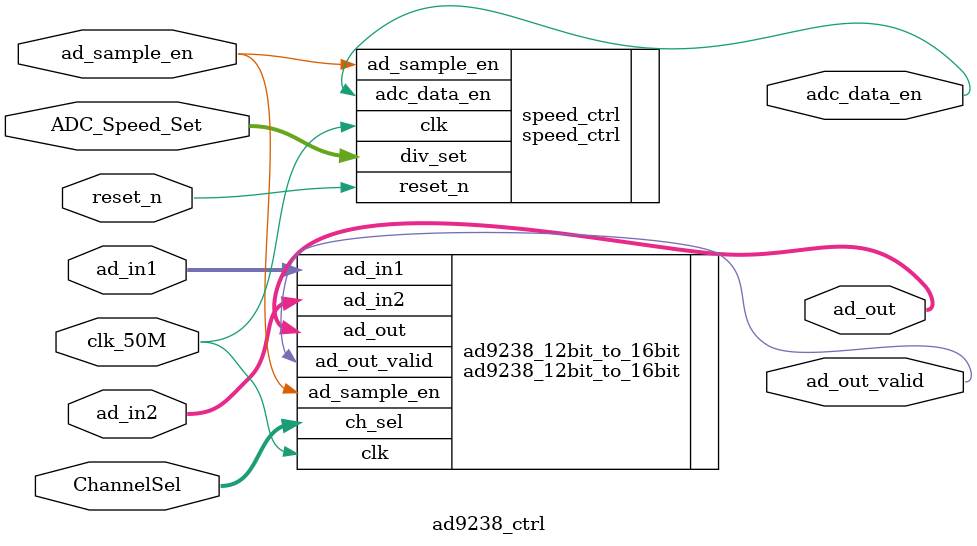
<source format=v>
`timescale 1ns / 1ps


module ad9238_ctrl(
    input clk_50M,
    input reset_n,
    input ad_sample_en,
    input [1:0]ChannelSel,
    input [31:0]ADC_Speed_Set,
    input [11:0] ad_in1,
    input [11:0] ad_in2,

    output adc_data_en,
    output[15:0] ad_out,
    output ad_out_valid
);
    speed_ctrl speed_ctrl(
        .clk(clk_50M),
        .reset_n(reset_n),
        .ad_sample_en(ad_sample_en),
        .adc_data_en(adc_data_en),
        .div_set(ADC_Speed_Set)
    ); 

   ad9238_12bit_to_16bit ad9238_12bit_to_16bit
   (
         .clk   (clk_50M ),
         .ad_sample_en(ad_sample_en),
         .ch_sel(ChannelSel ),
         .ad_in1(ad_in1     ),
         .ad_in2(ad_in2     ),
         .ad_out(ad_out     ),
         .ad_out_valid(ad_out_valid)    
   );
endmodule

</source>
